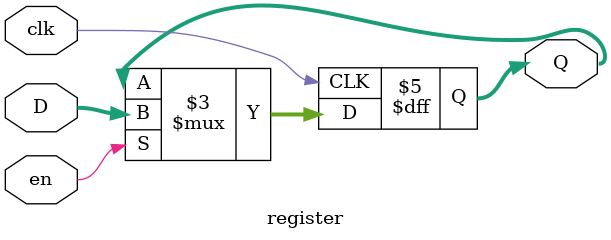
<source format=sv>
module register(
    input logic clk,
    input logic [31:0] D,
    input logic en,
    output logic [31:0] Q = 0); // Como es secuencial necesito que tenga un estado definido

    always_ff @(posedge clk)
        if(en)
            Q <= D;

endmodule
</source>
